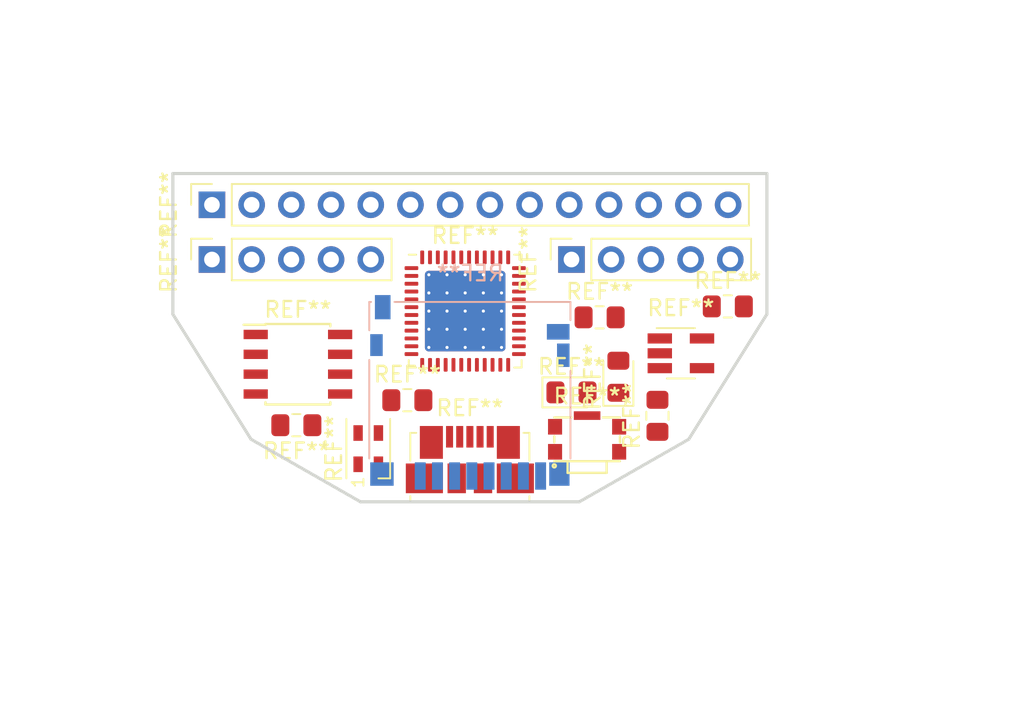
<source format=kicad_pcb>
(kicad_pcb (version 20171130) (host pcbnew 6.0.0-rc1-unknown-b491065~84~ubuntu18.04.1)

  (general
    (thickness 1.6)
    (drawings 10)
    (tracks 0)
    (zones 0)
    (modules 17)
    (nets 1)
  )

  (page A4)
  (layers
    (0 F.Cu signal)
    (31 B.Cu signal)
    (32 B.Adhes user)
    (33 F.Adhes user)
    (34 B.Paste user)
    (35 F.Paste user)
    (36 B.SilkS user)
    (37 F.SilkS user)
    (38 B.Mask user)
    (39 F.Mask user)
    (40 Dwgs.User user)
    (41 Cmts.User user)
    (42 Eco1.User user)
    (43 Eco2.User user)
    (44 Edge.Cuts user)
    (45 Margin user)
    (46 B.CrtYd user)
    (47 F.CrtYd user)
    (48 B.Fab user)
    (49 F.Fab user)
  )

  (setup
    (last_trace_width 0.25)
    (trace_clearance 0.2)
    (zone_clearance 0.508)
    (zone_45_only no)
    (trace_min 0.2)
    (via_size 0.8)
    (via_drill 0.4)
    (via_min_size 0.4)
    (via_min_drill 0.3)
    (uvia_size 0.3)
    (uvia_drill 0.1)
    (uvias_allowed no)
    (uvia_min_size 0.2)
    (uvia_min_drill 0.1)
    (edge_width 0.05)
    (segment_width 0.2)
    (pcb_text_width 0.3)
    (pcb_text_size 1.5 1.5)
    (mod_edge_width 0.12)
    (mod_text_size 1 1)
    (mod_text_width 0.15)
    (pad_size 1.524 1.524)
    (pad_drill 0.762)
    (pad_to_mask_clearance 0.051)
    (solder_mask_min_width 0.25)
    (aux_axis_origin 0 0)
    (visible_elements FFFFFF1F)
    (pcbplotparams
      (layerselection 0x010fc_ffffffff)
      (usegerberextensions false)
      (usegerberattributes false)
      (usegerberadvancedattributes false)
      (creategerberjobfile false)
      (excludeedgelayer true)
      (linewidth 0.150000)
      (plotframeref false)
      (viasonmask false)
      (mode 1)
      (useauxorigin false)
      (hpglpennumber 1)
      (hpglpenspeed 20)
      (hpglpendiameter 15.000000)
      (psnegative false)
      (psa4output false)
      (plotreference true)
      (plotvalue true)
      (plotinvisibletext false)
      (padsonsilk false)
      (subtractmaskfromsilk false)
      (outputformat 1)
      (mirror false)
      (drillshape 1)
      (scaleselection 1)
      (outputdirectory ""))
  )

  (net 0 "")

  (net_class Default "This is the default net class."
    (clearance 0.2)
    (trace_width 0.25)
    (via_dia 0.8)
    (via_drill 0.4)
    (uvia_dia 0.3)
    (uvia_drill 0.1)
  )

  (module Connector_PinSocket_2.54mm:PinSocket_1x05_P2.54mm_Vertical (layer F.Cu) (tedit 5A19A420) (tstamp 5C133B69)
    (at 52.5 55.5 90)
    (descr "Through hole straight socket strip, 1x05, 2.54mm pitch, single row (from Kicad 4.0.7), script generated")
    (tags "Through hole socket strip THT 1x05 2.54mm single row")
    (fp_text reference REF** (at 0 -2.77 90) (layer F.SilkS)
      (effects (font (size 1 1) (thickness 0.15)))
    )
    (fp_text value PinSocket_1x05_P2.54mm_Vertical (at 0 12.93 90) (layer F.Fab)
      (effects (font (size 1 1) (thickness 0.15)))
    )
    (fp_line (start -1.27 -1.27) (end 0.635 -1.27) (layer F.Fab) (width 0.1))
    (fp_line (start 0.635 -1.27) (end 1.27 -0.635) (layer F.Fab) (width 0.1))
    (fp_line (start 1.27 -0.635) (end 1.27 11.43) (layer F.Fab) (width 0.1))
    (fp_line (start 1.27 11.43) (end -1.27 11.43) (layer F.Fab) (width 0.1))
    (fp_line (start -1.27 11.43) (end -1.27 -1.27) (layer F.Fab) (width 0.1))
    (fp_line (start -1.33 1.27) (end 1.33 1.27) (layer F.SilkS) (width 0.12))
    (fp_line (start -1.33 1.27) (end -1.33 11.49) (layer F.SilkS) (width 0.12))
    (fp_line (start -1.33 11.49) (end 1.33 11.49) (layer F.SilkS) (width 0.12))
    (fp_line (start 1.33 1.27) (end 1.33 11.49) (layer F.SilkS) (width 0.12))
    (fp_line (start 1.33 -1.33) (end 1.33 0) (layer F.SilkS) (width 0.12))
    (fp_line (start 0 -1.33) (end 1.33 -1.33) (layer F.SilkS) (width 0.12))
    (fp_line (start -1.8 -1.8) (end 1.75 -1.8) (layer F.CrtYd) (width 0.05))
    (fp_line (start 1.75 -1.8) (end 1.75 11.9) (layer F.CrtYd) (width 0.05))
    (fp_line (start 1.75 11.9) (end -1.8 11.9) (layer F.CrtYd) (width 0.05))
    (fp_line (start -1.8 11.9) (end -1.8 -1.8) (layer F.CrtYd) (width 0.05))
    (fp_text user %R (at 0 5.08 180) (layer F.Fab)
      (effects (font (size 1 1) (thickness 0.15)))
    )
    (pad 1 thru_hole rect (at 0 0 90) (size 1.7 1.7) (drill 1) (layers *.Cu *.Mask))
    (pad 2 thru_hole oval (at 0 2.54 90) (size 1.7 1.7) (drill 1) (layers *.Cu *.Mask))
    (pad 3 thru_hole oval (at 0 5.08 90) (size 1.7 1.7) (drill 1) (layers *.Cu *.Mask))
    (pad 4 thru_hole oval (at 0 7.62 90) (size 1.7 1.7) (drill 1) (layers *.Cu *.Mask))
    (pad 5 thru_hole oval (at 0 10.16 90) (size 1.7 1.7) (drill 1) (layers *.Cu *.Mask))
    (model ${KISYS3DMOD}/Connector_PinSocket_2.54mm.3dshapes/PinSocket_1x05_P2.54mm_Vertical.wrl
      (at (xyz 0 0 0))
      (scale (xyz 1 1 1))
      (rotate (xyz 0 0 0))
    )
  )

  (module Connector_PinSocket_2.54mm:PinSocket_1x14_P2.54mm_Vertical (layer F.Cu) (tedit 5A19A434) (tstamp 5C131D98)
    (at 52.5 52 90)
    (descr "Through hole straight socket strip, 1x14, 2.54mm pitch, single row (from Kicad 4.0.7), script generated")
    (tags "Through hole socket strip THT 1x14 2.54mm single row")
    (fp_text reference REF** (at 0 -2.77 90) (layer F.SilkS)
      (effects (font (size 1 1) (thickness 0.15)))
    )
    (fp_text value PinSocket_1x14_P2.54mm_Vertical (at 0 25.63 90) (layer F.Fab)
      (effects (font (size 1 1) (thickness 0.15)))
    )
    (fp_text user %R (at 0 11.43 180) (layer F.Fab)
      (effects (font (size 1 1) (thickness 0.15)))
    )
    (fp_line (start -1.8 34.8) (end -1.8 -1.8) (layer F.CrtYd) (width 0.05))
    (fp_line (start 1.75 34.8) (end -1.8 34.8) (layer F.CrtYd) (width 0.05))
    (fp_line (start 1.75 -1.8) (end 1.75 34.8) (layer F.CrtYd) (width 0.05))
    (fp_line (start -1.8 -1.8) (end 1.75 -1.8) (layer F.CrtYd) (width 0.05))
    (fp_line (start 0 -1.33) (end 1.33 -1.33) (layer F.SilkS) (width 0.12))
    (fp_line (start 1.33 -1.33) (end 1.33 0) (layer F.SilkS) (width 0.12))
    (fp_line (start 1.33 1.27) (end 1.33 34.35) (layer F.SilkS) (width 0.12))
    (fp_line (start -1.33 34.35) (end 1.33 34.35) (layer F.SilkS) (width 0.12))
    (fp_line (start -1.33 1.27) (end -1.33 34.35) (layer F.SilkS) (width 0.12))
    (fp_line (start -1.33 1.27) (end 1.33 1.27) (layer F.SilkS) (width 0.12))
    (fp_line (start -1.27 34.29) (end -1.27 -1.27) (layer F.Fab) (width 0.1))
    (fp_line (start 1.27 34.29) (end -1.27 34.29) (layer F.Fab) (width 0.1))
    (fp_line (start 1.27 -0.635) (end 1.27 34.29) (layer F.Fab) (width 0.1))
    (fp_line (start 0.635 -1.27) (end 1.27 -0.635) (layer F.Fab) (width 0.1))
    (fp_line (start -1.27 -1.27) (end 0.635 -1.27) (layer F.Fab) (width 0.1))
    (pad 14 thru_hole oval (at 0 33.02 90) (size 1.7 1.7) (drill 1) (layers *.Cu *.Mask))
    (pad 13 thru_hole oval (at 0 30.48 90) (size 1.7 1.7) (drill 1) (layers *.Cu *.Mask))
    (pad 12 thru_hole oval (at 0 27.94 90) (size 1.7 1.7) (drill 1) (layers *.Cu *.Mask))
    (pad 11 thru_hole oval (at 0 25.4 90) (size 1.7 1.7) (drill 1) (layers *.Cu *.Mask))
    (pad 10 thru_hole oval (at 0 22.86 90) (size 1.7 1.7) (drill 1) (layers *.Cu *.Mask))
    (pad 9 thru_hole oval (at 0 20.32 90) (size 1.7 1.7) (drill 1) (layers *.Cu *.Mask))
    (pad 8 thru_hole oval (at 0 17.78 90) (size 1.7 1.7) (drill 1) (layers *.Cu *.Mask))
    (pad 7 thru_hole oval (at 0 15.24 90) (size 1.7 1.7) (drill 1) (layers *.Cu *.Mask))
    (pad 6 thru_hole oval (at 0 12.7 90) (size 1.7 1.7) (drill 1) (layers *.Cu *.Mask))
    (pad 5 thru_hole oval (at 0 10.16 90) (size 1.7 1.7) (drill 1) (layers *.Cu *.Mask))
    (pad 4 thru_hole oval (at 0 7.62 90) (size 1.7 1.7) (drill 1) (layers *.Cu *.Mask))
    (pad 3 thru_hole oval (at 0 5.08 90) (size 1.7 1.7) (drill 1) (layers *.Cu *.Mask))
    (pad 2 thru_hole oval (at 0 2.54 90) (size 1.7 1.7) (drill 1) (layers *.Cu *.Mask))
    (pad 1 thru_hole rect (at 0 0 90) (size 1.7 1.7) (drill 1) (layers *.Cu *.Mask))
    (model ${KISYS3DMOD}/Connector_PinSocket_2.54mm.3dshapes/PinSocket_1x14_P2.54mm_Vertical.wrl
      (at (xyz 0 0 0))
      (scale (xyz 1 1 1))
      (rotate (xyz 0 0 0))
    )
  )

  (module Capacitor_SMD:C_0805_2012Metric_Pad1.15x1.40mm_HandSolder (layer F.Cu) (tedit 5B36C52B) (tstamp 5C12FC6B)
    (at 57.9 66.1 180)
    (descr "Capacitor SMD 0805 (2012 Metric), square (rectangular) end terminal, IPC_7351 nominal with elongated pad for handsoldering. (Body size source: https://docs.google.com/spreadsheets/d/1BsfQQcO9C6DZCsRaXUlFlo91Tg2WpOkGARC1WS5S8t0/edit?usp=sharing), generated with kicad-footprint-generator")
    (tags "capacitor handsolder")
    (attr smd)
    (fp_text reference REF** (at 0 -1.65 180) (layer F.SilkS)
      (effects (font (size 1 1) (thickness 0.15)))
    )
    (fp_text value C_0805_2012Metric_Pad1.15x1.40mm_HandSolder (at 0 1.65 180) (layer F.Fab)
      (effects (font (size 1 1) (thickness 0.15)))
    )
    (fp_text user %R (at 0 0 180) (layer F.Fab)
      (effects (font (size 0.5 0.5) (thickness 0.08)))
    )
    (fp_line (start 1.85 0.95) (end -1.85 0.95) (layer F.CrtYd) (width 0.05))
    (fp_line (start 1.85 -0.95) (end 1.85 0.95) (layer F.CrtYd) (width 0.05))
    (fp_line (start -1.85 -0.95) (end 1.85 -0.95) (layer F.CrtYd) (width 0.05))
    (fp_line (start -1.85 0.95) (end -1.85 -0.95) (layer F.CrtYd) (width 0.05))
    (fp_line (start -0.261252 0.71) (end 0.261252 0.71) (layer F.SilkS) (width 0.12))
    (fp_line (start -0.261252 -0.71) (end 0.261252 -0.71) (layer F.SilkS) (width 0.12))
    (fp_line (start 1 0.6) (end -1 0.6) (layer F.Fab) (width 0.1))
    (fp_line (start 1 -0.6) (end 1 0.6) (layer F.Fab) (width 0.1))
    (fp_line (start -1 -0.6) (end 1 -0.6) (layer F.Fab) (width 0.1))
    (fp_line (start -1 0.6) (end -1 -0.6) (layer F.Fab) (width 0.1))
    (pad 2 smd roundrect (at 1.025 0 180) (size 1.15 1.4) (layers F.Cu F.Paste F.Mask) (roundrect_rratio 0.217391))
    (pad 1 smd roundrect (at -1.025 0 180) (size 1.15 1.4) (layers F.Cu F.Paste F.Mask) (roundrect_rratio 0.217391))
    (model ${KISYS3DMOD}/Capacitor_SMD.3dshapes/C_0805_2012Metric.wrl
      (at (xyz 0 0 0))
      (scale (xyz 1 1 1))
      (rotate (xyz 0 0 0))
    )
  )

  (module Capacitor_SMD:C_0805_2012Metric_Pad1.15x1.40mm_HandSolder (layer F.Cu) (tedit 5B36C52B) (tstamp 5C12D8A7)
    (at 85.5 58.5)
    (descr "Capacitor SMD 0805 (2012 Metric), square (rectangular) end terminal, IPC_7351 nominal with elongated pad for handsoldering. (Body size source: https://docs.google.com/spreadsheets/d/1BsfQQcO9C6DZCsRaXUlFlo91Tg2WpOkGARC1WS5S8t0/edit?usp=sharing), generated with kicad-footprint-generator")
    (tags "capacitor handsolder")
    (attr smd)
    (fp_text reference REF** (at 0 -1.65) (layer F.SilkS)
      (effects (font (size 1 1) (thickness 0.15)))
    )
    (fp_text value C_0805_2012Metric_Pad1.15x1.40mm_HandSolder (at 0 1.65) (layer F.Fab)
      (effects (font (size 1 1) (thickness 0.15)))
    )
    (fp_line (start -1 0.6) (end -1 -0.6) (layer F.Fab) (width 0.1))
    (fp_line (start -1 -0.6) (end 1 -0.6) (layer F.Fab) (width 0.1))
    (fp_line (start 1 -0.6) (end 1 0.6) (layer F.Fab) (width 0.1))
    (fp_line (start 1 0.6) (end -1 0.6) (layer F.Fab) (width 0.1))
    (fp_line (start -0.261252 -0.71) (end 0.261252 -0.71) (layer F.SilkS) (width 0.12))
    (fp_line (start -0.261252 0.71) (end 0.261252 0.71) (layer F.SilkS) (width 0.12))
    (fp_line (start -1.85 0.95) (end -1.85 -0.95) (layer F.CrtYd) (width 0.05))
    (fp_line (start -1.85 -0.95) (end 1.85 -0.95) (layer F.CrtYd) (width 0.05))
    (fp_line (start 1.85 -0.95) (end 1.85 0.95) (layer F.CrtYd) (width 0.05))
    (fp_line (start 1.85 0.95) (end -1.85 0.95) (layer F.CrtYd) (width 0.05))
    (fp_text user %R (at 0 0) (layer F.Fab)
      (effects (font (size 0.5 0.5) (thickness 0.08)))
    )
    (pad 1 smd roundrect (at -1.025 0) (size 1.15 1.4) (layers F.Cu F.Paste F.Mask) (roundrect_rratio 0.217391))
    (pad 2 smd roundrect (at 1.025 0) (size 1.15 1.4) (layers F.Cu F.Paste F.Mask) (roundrect_rratio 0.217391))
    (model ${KISYS3DMOD}/Capacitor_SMD.3dshapes/C_0805_2012Metric.wrl
      (at (xyz 0 0 0))
      (scale (xyz 1 1 1))
      (rotate (xyz 0 0 0))
    )
  )

  (module Capacitor_SMD:C_0805_2012Metric_Pad1.15x1.40mm_HandSolder (layer F.Cu) (tedit 5B36C52B) (tstamp 5C12D8A7)
    (at 77.3 59.2)
    (descr "Capacitor SMD 0805 (2012 Metric), square (rectangular) end terminal, IPC_7351 nominal with elongated pad for handsoldering. (Body size source: https://docs.google.com/spreadsheets/d/1BsfQQcO9C6DZCsRaXUlFlo91Tg2WpOkGARC1WS5S8t0/edit?usp=sharing), generated with kicad-footprint-generator")
    (tags "capacitor handsolder")
    (attr smd)
    (fp_text reference REF** (at 0 -1.65) (layer F.SilkS)
      (effects (font (size 1 1) (thickness 0.15)))
    )
    (fp_text value C_0805_2012Metric_Pad1.15x1.40mm_HandSolder (at 0 1.65) (layer F.Fab)
      (effects (font (size 1 1) (thickness 0.15)))
    )
    (fp_line (start -1 0.6) (end -1 -0.6) (layer F.Fab) (width 0.1))
    (fp_line (start -1 -0.6) (end 1 -0.6) (layer F.Fab) (width 0.1))
    (fp_line (start 1 -0.6) (end 1 0.6) (layer F.Fab) (width 0.1))
    (fp_line (start 1 0.6) (end -1 0.6) (layer F.Fab) (width 0.1))
    (fp_line (start -0.261252 -0.71) (end 0.261252 -0.71) (layer F.SilkS) (width 0.12))
    (fp_line (start -0.261252 0.71) (end 0.261252 0.71) (layer F.SilkS) (width 0.12))
    (fp_line (start -1.85 0.95) (end -1.85 -0.95) (layer F.CrtYd) (width 0.05))
    (fp_line (start -1.85 -0.95) (end 1.85 -0.95) (layer F.CrtYd) (width 0.05))
    (fp_line (start 1.85 -0.95) (end 1.85 0.95) (layer F.CrtYd) (width 0.05))
    (fp_line (start 1.85 0.95) (end -1.85 0.95) (layer F.CrtYd) (width 0.05))
    (fp_text user %R (at 0 0) (layer F.Fab)
      (effects (font (size 0.5 0.5) (thickness 0.08)))
    )
    (pad 1 smd roundrect (at -1.025 0) (size 1.15 1.4) (layers F.Cu F.Paste F.Mask) (roundrect_rratio 0.217391))
    (pad 2 smd roundrect (at 1.025 0) (size 1.15 1.4) (layers F.Cu F.Paste F.Mask) (roundrect_rratio 0.217391))
    (model ${KISYS3DMOD}/Capacitor_SMD.3dshapes/C_0805_2012Metric.wrl
      (at (xyz 0 0 0))
      (scale (xyz 1 1 1))
      (rotate (xyz 0 0 0))
    )
  )

  (module Package_DFN_QFN:QFN-48-1EP_7x7mm_P0.5mm_EP5.15x5.15mm_ThermalVias (layer F.Cu) (tedit 5B550997) (tstamp 5C1289F2)
    (at 68.7 58.8)
    (descr "QFN, 48 Pin (http://www.analog.com/media/en/package-pcb-resources/package/pkg_pdf/ltc-legacy-qfn/QFN_48_05-08-1704.pdf), generated with kicad-footprint-generator ipc_dfn_qfn_generator.py")
    (tags "QFN DFN_QFN")
    (attr smd)
    (fp_text reference REF** (at 0 -4.82) (layer F.SilkS)
      (effects (font (size 1 1) (thickness 0.15)))
    )
    (fp_text value QFN-48-1EP_7x7mm_P0.5mm_EP5.15x5.15mm_ThermalVias (at 0 4.82) (layer F.Fab)
      (effects (font (size 1 1) (thickness 0.15)))
    )
    (fp_text user %R (at 0 0) (layer F.Fab)
      (effects (font (size 1 1) (thickness 0.15)))
    )
    (fp_line (start 4.12 -4.12) (end -4.12 -4.12) (layer F.CrtYd) (width 0.05))
    (fp_line (start 4.12 4.12) (end 4.12 -4.12) (layer F.CrtYd) (width 0.05))
    (fp_line (start -4.12 4.12) (end 4.12 4.12) (layer F.CrtYd) (width 0.05))
    (fp_line (start -4.12 -4.12) (end -4.12 4.12) (layer F.CrtYd) (width 0.05))
    (fp_line (start -3.5 -2.5) (end -2.5 -3.5) (layer F.Fab) (width 0.1))
    (fp_line (start -3.5 3.5) (end -3.5 -2.5) (layer F.Fab) (width 0.1))
    (fp_line (start 3.5 3.5) (end -3.5 3.5) (layer F.Fab) (width 0.1))
    (fp_line (start 3.5 -3.5) (end 3.5 3.5) (layer F.Fab) (width 0.1))
    (fp_line (start -2.5 -3.5) (end 3.5 -3.5) (layer F.Fab) (width 0.1))
    (fp_line (start -3.135 -3.61) (end -3.61 -3.61) (layer F.SilkS) (width 0.12))
    (fp_line (start 3.61 3.61) (end 3.61 3.135) (layer F.SilkS) (width 0.12))
    (fp_line (start 3.135 3.61) (end 3.61 3.61) (layer F.SilkS) (width 0.12))
    (fp_line (start -3.61 3.61) (end -3.61 3.135) (layer F.SilkS) (width 0.12))
    (fp_line (start -3.135 3.61) (end -3.61 3.61) (layer F.SilkS) (width 0.12))
    (fp_line (start 3.61 -3.61) (end 3.61 -3.135) (layer F.SilkS) (width 0.12))
    (fp_line (start 3.135 -3.61) (end 3.61 -3.61) (layer F.SilkS) (width 0.12))
    (pad 48 smd roundrect (at -2.75 -3.4375) (size 0.25 0.875) (layers F.Cu F.Paste F.Mask) (roundrect_rratio 0.25))
    (pad 47 smd roundrect (at -2.25 -3.4375) (size 0.25 0.875) (layers F.Cu F.Paste F.Mask) (roundrect_rratio 0.25))
    (pad 46 smd roundrect (at -1.75 -3.4375) (size 0.25 0.875) (layers F.Cu F.Paste F.Mask) (roundrect_rratio 0.25))
    (pad 45 smd roundrect (at -1.25 -3.4375) (size 0.25 0.875) (layers F.Cu F.Paste F.Mask) (roundrect_rratio 0.25))
    (pad 44 smd roundrect (at -0.75 -3.4375) (size 0.25 0.875) (layers F.Cu F.Paste F.Mask) (roundrect_rratio 0.25))
    (pad 43 smd roundrect (at -0.25 -3.4375) (size 0.25 0.875) (layers F.Cu F.Paste F.Mask) (roundrect_rratio 0.25))
    (pad 42 smd roundrect (at 0.25 -3.4375) (size 0.25 0.875) (layers F.Cu F.Paste F.Mask) (roundrect_rratio 0.25))
    (pad 41 smd roundrect (at 0.75 -3.4375) (size 0.25 0.875) (layers F.Cu F.Paste F.Mask) (roundrect_rratio 0.25))
    (pad 40 smd roundrect (at 1.25 -3.4375) (size 0.25 0.875) (layers F.Cu F.Paste F.Mask) (roundrect_rratio 0.25))
    (pad 39 smd roundrect (at 1.75 -3.4375) (size 0.25 0.875) (layers F.Cu F.Paste F.Mask) (roundrect_rratio 0.25))
    (pad 38 smd roundrect (at 2.25 -3.4375) (size 0.25 0.875) (layers F.Cu F.Paste F.Mask) (roundrect_rratio 0.25))
    (pad 37 smd roundrect (at 2.75 -3.4375) (size 0.25 0.875) (layers F.Cu F.Paste F.Mask) (roundrect_rratio 0.25))
    (pad 36 smd roundrect (at 3.4375 -2.75) (size 0.875 0.25) (layers F.Cu F.Paste F.Mask) (roundrect_rratio 0.25))
    (pad 35 smd roundrect (at 3.4375 -2.25) (size 0.875 0.25) (layers F.Cu F.Paste F.Mask) (roundrect_rratio 0.25))
    (pad 34 smd roundrect (at 3.4375 -1.75) (size 0.875 0.25) (layers F.Cu F.Paste F.Mask) (roundrect_rratio 0.25))
    (pad 33 smd roundrect (at 3.4375 -1.25) (size 0.875 0.25) (layers F.Cu F.Paste F.Mask) (roundrect_rratio 0.25))
    (pad 32 smd roundrect (at 3.4375 -0.75) (size 0.875 0.25) (layers F.Cu F.Paste F.Mask) (roundrect_rratio 0.25))
    (pad 31 smd roundrect (at 3.4375 -0.25) (size 0.875 0.25) (layers F.Cu F.Paste F.Mask) (roundrect_rratio 0.25))
    (pad 30 smd roundrect (at 3.4375 0.25) (size 0.875 0.25) (layers F.Cu F.Paste F.Mask) (roundrect_rratio 0.25))
    (pad 29 smd roundrect (at 3.4375 0.75) (size 0.875 0.25) (layers F.Cu F.Paste F.Mask) (roundrect_rratio 0.25))
    (pad 28 smd roundrect (at 3.4375 1.25) (size 0.875 0.25) (layers F.Cu F.Paste F.Mask) (roundrect_rratio 0.25))
    (pad 27 smd roundrect (at 3.4375 1.75) (size 0.875 0.25) (layers F.Cu F.Paste F.Mask) (roundrect_rratio 0.25))
    (pad 26 smd roundrect (at 3.4375 2.25) (size 0.875 0.25) (layers F.Cu F.Paste F.Mask) (roundrect_rratio 0.25))
    (pad 25 smd roundrect (at 3.4375 2.75) (size 0.875 0.25) (layers F.Cu F.Paste F.Mask) (roundrect_rratio 0.25))
    (pad 24 smd roundrect (at 2.75 3.4375) (size 0.25 0.875) (layers F.Cu F.Paste F.Mask) (roundrect_rratio 0.25))
    (pad 23 smd roundrect (at 2.25 3.4375) (size 0.25 0.875) (layers F.Cu F.Paste F.Mask) (roundrect_rratio 0.25))
    (pad 22 smd roundrect (at 1.75 3.4375) (size 0.25 0.875) (layers F.Cu F.Paste F.Mask) (roundrect_rratio 0.25))
    (pad 21 smd roundrect (at 1.25 3.4375) (size 0.25 0.875) (layers F.Cu F.Paste F.Mask) (roundrect_rratio 0.25))
    (pad 20 smd roundrect (at 0.75 3.4375) (size 0.25 0.875) (layers F.Cu F.Paste F.Mask) (roundrect_rratio 0.25))
    (pad 19 smd roundrect (at 0.25 3.4375) (size 0.25 0.875) (layers F.Cu F.Paste F.Mask) (roundrect_rratio 0.25))
    (pad 18 smd roundrect (at -0.25 3.4375) (size 0.25 0.875) (layers F.Cu F.Paste F.Mask) (roundrect_rratio 0.25))
    (pad 17 smd roundrect (at -0.75 3.4375) (size 0.25 0.875) (layers F.Cu F.Paste F.Mask) (roundrect_rratio 0.25))
    (pad 16 smd roundrect (at -1.25 3.4375) (size 0.25 0.875) (layers F.Cu F.Paste F.Mask) (roundrect_rratio 0.25))
    (pad 15 smd roundrect (at -1.75 3.4375) (size 0.25 0.875) (layers F.Cu F.Paste F.Mask) (roundrect_rratio 0.25))
    (pad 14 smd roundrect (at -2.25 3.4375) (size 0.25 0.875) (layers F.Cu F.Paste F.Mask) (roundrect_rratio 0.25))
    (pad 13 smd roundrect (at -2.75 3.4375) (size 0.25 0.875) (layers F.Cu F.Paste F.Mask) (roundrect_rratio 0.25))
    (pad 12 smd roundrect (at -3.4375 2.75) (size 0.875 0.25) (layers F.Cu F.Paste F.Mask) (roundrect_rratio 0.25))
    (pad 11 smd roundrect (at -3.4375 2.25) (size 0.875 0.25) (layers F.Cu F.Paste F.Mask) (roundrect_rratio 0.25))
    (pad 10 smd roundrect (at -3.4375 1.75) (size 0.875 0.25) (layers F.Cu F.Paste F.Mask) (roundrect_rratio 0.25))
    (pad 9 smd roundrect (at -3.4375 1.25) (size 0.875 0.25) (layers F.Cu F.Paste F.Mask) (roundrect_rratio 0.25))
    (pad 8 smd roundrect (at -3.4375 0.75) (size 0.875 0.25) (layers F.Cu F.Paste F.Mask) (roundrect_rratio 0.25))
    (pad 7 smd roundrect (at -3.4375 0.25) (size 0.875 0.25) (layers F.Cu F.Paste F.Mask) (roundrect_rratio 0.25))
    (pad 6 smd roundrect (at -3.4375 -0.25) (size 0.875 0.25) (layers F.Cu F.Paste F.Mask) (roundrect_rratio 0.25))
    (pad 5 smd roundrect (at -3.4375 -0.75) (size 0.875 0.25) (layers F.Cu F.Paste F.Mask) (roundrect_rratio 0.25))
    (pad 4 smd roundrect (at -3.4375 -1.25) (size 0.875 0.25) (layers F.Cu F.Paste F.Mask) (roundrect_rratio 0.25))
    (pad 3 smd roundrect (at -3.4375 -1.75) (size 0.875 0.25) (layers F.Cu F.Paste F.Mask) (roundrect_rratio 0.25))
    (pad 2 smd roundrect (at -3.4375 -2.25) (size 0.875 0.25) (layers F.Cu F.Paste F.Mask) (roundrect_rratio 0.25))
    (pad 1 smd roundrect (at -3.4375 -2.75) (size 0.875 0.25) (layers F.Cu F.Paste F.Mask) (roundrect_rratio 0.25))
    (pad "" smd roundrect (at 1.74375 1.74375) (size 0.997293 0.997293) (layers F.Paste) (roundrect_rratio 0.25))
    (pad "" smd roundrect (at 1.74375 0.58125) (size 0.997293 0.997293) (layers F.Paste) (roundrect_rratio 0.25))
    (pad "" smd roundrect (at 1.74375 -0.58125) (size 0.997293 0.997293) (layers F.Paste) (roundrect_rratio 0.25))
    (pad "" smd roundrect (at 1.74375 -1.74375) (size 0.997293 0.997293) (layers F.Paste) (roundrect_rratio 0.25))
    (pad "" smd roundrect (at 0.58125 1.74375) (size 0.997293 0.997293) (layers F.Paste) (roundrect_rratio 0.25))
    (pad "" smd roundrect (at 0.58125 0.58125) (size 0.997293 0.997293) (layers F.Paste) (roundrect_rratio 0.25))
    (pad "" smd roundrect (at 0.58125 -0.58125) (size 0.997293 0.997293) (layers F.Paste) (roundrect_rratio 0.25))
    (pad "" smd roundrect (at 0.58125 -1.74375) (size 0.997293 0.997293) (layers F.Paste) (roundrect_rratio 0.25))
    (pad "" smd roundrect (at -0.58125 1.74375) (size 0.997293 0.997293) (layers F.Paste) (roundrect_rratio 0.25))
    (pad "" smd roundrect (at -0.58125 0.58125) (size 0.997293 0.997293) (layers F.Paste) (roundrect_rratio 0.25))
    (pad "" smd roundrect (at -0.58125 -0.58125) (size 0.997293 0.997293) (layers F.Paste) (roundrect_rratio 0.25))
    (pad "" smd roundrect (at -0.58125 -1.74375) (size 0.997293 0.997293) (layers F.Paste) (roundrect_rratio 0.25))
    (pad "" smd roundrect (at -1.74375 1.74375) (size 0.997293 0.997293) (layers F.Paste) (roundrect_rratio 0.25))
    (pad "" smd roundrect (at -1.74375 0.58125) (size 0.997293 0.997293) (layers F.Paste) (roundrect_rratio 0.25))
    (pad "" smd roundrect (at -1.74375 -0.58125) (size 0.997293 0.997293) (layers F.Paste) (roundrect_rratio 0.25))
    (pad "" smd roundrect (at -1.74375 -1.74375) (size 0.997293 0.997293) (layers F.Paste) (roundrect_rratio 0.25))
    (pad 49 smd roundrect (at 0 0) (size 5.15 5.15) (layers B.Cu) (roundrect_rratio 0.048544))
    (pad 49 thru_hole circle (at 2.325 2.325) (size 0.5 0.5) (drill 0.2) (layers *.Cu))
    (pad 49 thru_hole circle (at 1.1625 2.325) (size 0.5 0.5) (drill 0.2) (layers *.Cu))
    (pad 49 thru_hole circle (at 0 2.325) (size 0.5 0.5) (drill 0.2) (layers *.Cu))
    (pad 49 thru_hole circle (at -1.1625 2.325) (size 0.5 0.5) (drill 0.2) (layers *.Cu))
    (pad 49 thru_hole circle (at -2.325 2.325) (size 0.5 0.5) (drill 0.2) (layers *.Cu))
    (pad 49 thru_hole circle (at 2.325 1.1625) (size 0.5 0.5) (drill 0.2) (layers *.Cu))
    (pad 49 thru_hole circle (at 1.1625 1.1625) (size 0.5 0.5) (drill 0.2) (layers *.Cu))
    (pad 49 thru_hole circle (at 0 1.1625) (size 0.5 0.5) (drill 0.2) (layers *.Cu))
    (pad 49 thru_hole circle (at -1.1625 1.1625) (size 0.5 0.5) (drill 0.2) (layers *.Cu))
    (pad 49 thru_hole circle (at -2.325 1.1625) (size 0.5 0.5) (drill 0.2) (layers *.Cu))
    (pad 49 thru_hole circle (at 2.325 0) (size 0.5 0.5) (drill 0.2) (layers *.Cu))
    (pad 49 thru_hole circle (at 1.1625 0) (size 0.5 0.5) (drill 0.2) (layers *.Cu))
    (pad 49 thru_hole circle (at 0 0) (size 0.5 0.5) (drill 0.2) (layers *.Cu))
    (pad 49 thru_hole circle (at -1.1625 0) (size 0.5 0.5) (drill 0.2) (layers *.Cu))
    (pad 49 thru_hole circle (at -2.325 0) (size 0.5 0.5) (drill 0.2) (layers *.Cu))
    (pad 49 thru_hole circle (at 2.325 -1.1625) (size 0.5 0.5) (drill 0.2) (layers *.Cu))
    (pad 49 thru_hole circle (at 1.1625 -1.1625) (size 0.5 0.5) (drill 0.2) (layers *.Cu))
    (pad 49 thru_hole circle (at 0 -1.1625) (size 0.5 0.5) (drill 0.2) (layers *.Cu))
    (pad 49 thru_hole circle (at -1.1625 -1.1625) (size 0.5 0.5) (drill 0.2) (layers *.Cu))
    (pad 49 thru_hole circle (at -2.325 -1.1625) (size 0.5 0.5) (drill 0.2) (layers *.Cu))
    (pad 49 thru_hole circle (at 2.325 -2.325) (size 0.5 0.5) (drill 0.2) (layers *.Cu))
    (pad 49 thru_hole circle (at 1.1625 -2.325) (size 0.5 0.5) (drill 0.2) (layers *.Cu))
    (pad 49 thru_hole circle (at 0 -2.325) (size 0.5 0.5) (drill 0.2) (layers *.Cu))
    (pad 49 thru_hole circle (at -1.1625 -2.325) (size 0.5 0.5) (drill 0.2) (layers *.Cu))
    (pad 49 thru_hole circle (at -2.325 -2.325) (size 0.5 0.5) (drill 0.2) (layers *.Cu))
    (pad 49 smd roundrect (at 0 0) (size 5.15 5.15) (layers F.Cu F.Mask) (roundrect_rratio 0.048544))
    (model ${KISYS3DMOD}/Package_DFN_QFN.3dshapes/QFN-48-1EP_7x7mm_P0.5mm_EP5.15x5.15mm.wrl
      (at (xyz 0 0 0))
      (scale (xyz 1 1 1))
      (rotate (xyz 0 0 0))
    )
  )

  (module Capacitor_SMD:C_0805_2012Metric_Pad1.15x1.40mm_HandSolder (layer F.Cu) (tedit 5B36C52B) (tstamp 5C128D0C)
    (at 81 65.5 90)
    (descr "Capacitor SMD 0805 (2012 Metric), square (rectangular) end terminal, IPC_7351 nominal with elongated pad for handsoldering. (Body size source: https://docs.google.com/spreadsheets/d/1BsfQQcO9C6DZCsRaXUlFlo91Tg2WpOkGARC1WS5S8t0/edit?usp=sharing), generated with kicad-footprint-generator")
    (tags "capacitor handsolder")
    (attr smd)
    (fp_text reference REF** (at 0 -1.65 90) (layer F.SilkS)
      (effects (font (size 1 1) (thickness 0.15)))
    )
    (fp_text value C_0805_2012Metric_Pad1.15x1.40mm_HandSolder (at 0 1.65 90) (layer F.Fab)
      (effects (font (size 1 1) (thickness 0.15)))
    )
    (fp_text user %R (at 0 0 90) (layer F.Fab)
      (effects (font (size 0.5 0.5) (thickness 0.08)))
    )
    (fp_line (start 1.85 0.95) (end -1.85 0.95) (layer F.CrtYd) (width 0.05))
    (fp_line (start 1.85 -0.95) (end 1.85 0.95) (layer F.CrtYd) (width 0.05))
    (fp_line (start -1.85 -0.95) (end 1.85 -0.95) (layer F.CrtYd) (width 0.05))
    (fp_line (start -1.85 0.95) (end -1.85 -0.95) (layer F.CrtYd) (width 0.05))
    (fp_line (start -0.261252 0.71) (end 0.261252 0.71) (layer F.SilkS) (width 0.12))
    (fp_line (start -0.261252 -0.71) (end 0.261252 -0.71) (layer F.SilkS) (width 0.12))
    (fp_line (start 1 0.6) (end -1 0.6) (layer F.Fab) (width 0.1))
    (fp_line (start 1 -0.6) (end 1 0.6) (layer F.Fab) (width 0.1))
    (fp_line (start -1 -0.6) (end 1 -0.6) (layer F.Fab) (width 0.1))
    (fp_line (start -1 0.6) (end -1 -0.6) (layer F.Fab) (width 0.1))
    (pad 2 smd roundrect (at 1.025 0 90) (size 1.15 1.4) (layers F.Cu F.Paste F.Mask) (roundrect_rratio 0.217391))
    (pad 1 smd roundrect (at -1.025 0 90) (size 1.15 1.4) (layers F.Cu F.Paste F.Mask) (roundrect_rratio 0.217391))
    (model ${KISYS3DMOD}/Capacitor_SMD.3dshapes/C_0805_2012Metric.wrl
      (at (xyz 0 0 0))
      (scale (xyz 1 1 1))
      (rotate (xyz 0 0 0))
    )
  )

  (module Capacitor_SMD:C_0805_2012Metric_Pad1.15x1.40mm_HandSolder (layer F.Cu) (tedit 5B36C52B) (tstamp 5C128D4D)
    (at 65 64.5)
    (descr "Capacitor SMD 0805 (2012 Metric), square (rectangular) end terminal, IPC_7351 nominal with elongated pad for handsoldering. (Body size source: https://docs.google.com/spreadsheets/d/1BsfQQcO9C6DZCsRaXUlFlo91Tg2WpOkGARC1WS5S8t0/edit?usp=sharing), generated with kicad-footprint-generator")
    (tags "capacitor handsolder")
    (attr smd)
    (fp_text reference REF** (at 0 -1.65) (layer F.SilkS)
      (effects (font (size 1 1) (thickness 0.15)))
    )
    (fp_text value C_0805_2012Metric_Pad1.15x1.40mm_HandSolder (at 0 1.65) (layer F.Fab)
      (effects (font (size 1 1) (thickness 0.15)))
    )
    (fp_text user %R (at 0 0) (layer F.Fab)
      (effects (font (size 0.5 0.5) (thickness 0.08)))
    )
    (fp_line (start 1.85 0.95) (end -1.85 0.95) (layer F.CrtYd) (width 0.05))
    (fp_line (start 1.85 -0.95) (end 1.85 0.95) (layer F.CrtYd) (width 0.05))
    (fp_line (start -1.85 -0.95) (end 1.85 -0.95) (layer F.CrtYd) (width 0.05))
    (fp_line (start -1.85 0.95) (end -1.85 -0.95) (layer F.CrtYd) (width 0.05))
    (fp_line (start -0.261252 0.71) (end 0.261252 0.71) (layer F.SilkS) (width 0.12))
    (fp_line (start -0.261252 -0.71) (end 0.261252 -0.71) (layer F.SilkS) (width 0.12))
    (fp_line (start 1 0.6) (end -1 0.6) (layer F.Fab) (width 0.1))
    (fp_line (start 1 -0.6) (end 1 0.6) (layer F.Fab) (width 0.1))
    (fp_line (start -1 -0.6) (end 1 -0.6) (layer F.Fab) (width 0.1))
    (fp_line (start -1 0.6) (end -1 -0.6) (layer F.Fab) (width 0.1))
    (pad 2 smd roundrect (at 1.025 0) (size 1.15 1.4) (layers F.Cu F.Paste F.Mask) (roundrect_rratio 0.217391))
    (pad 1 smd roundrect (at -1.025 0) (size 1.15 1.4) (layers F.Cu F.Paste F.Mask) (roundrect_rratio 0.217391))
    (model ${KISYS3DMOD}/Capacitor_SMD.3dshapes/C_0805_2012Metric.wrl
      (at (xyz 0 0 0))
      (scale (xyz 1 1 1))
      (rotate (xyz 0 0 0))
    )
  )

  (module Connector_USB:USB_Micro-B_Molex_47346-0001 (layer F.Cu) (tedit 5A1DC0BD) (tstamp 5C129691)
    (at 69 68.3)
    (descr "Micro USB B receptable with flange, bottom-mount, SMD, right-angle (http://www.molex.com/pdm_docs/sd/473460001_sd.pdf)")
    (tags "Micro B USB SMD")
    (attr smd)
    (fp_text reference REF** (at 0 -3.3 180) (layer F.SilkS)
      (effects (font (size 1 1) (thickness 0.15)))
    )
    (fp_text value USB_Micro-B_Molex_47346-0001 (at 0 4.6 180) (layer F.Fab)
      (effects (font (size 1 1) (thickness 0.15)))
    )
    (fp_line (start -3.25 2.65) (end 3.25 2.65) (layer F.Fab) (width 0.1))
    (fp_line (start -3.81 2.6) (end -3.81 2.34) (layer F.SilkS) (width 0.12))
    (fp_line (start -3.81 0.06) (end -3.81 -1.71) (layer F.SilkS) (width 0.12))
    (fp_line (start -3.81 -1.71) (end -3.43 -1.71) (layer F.SilkS) (width 0.12))
    (fp_line (start 3.81 -1.71) (end 3.81 0.06) (layer F.SilkS) (width 0.12))
    (fp_line (start 3.81 2.34) (end 3.81 2.6) (layer F.SilkS) (width 0.12))
    (fp_line (start -3.75 3.35) (end -3.75 -1.65) (layer F.Fab) (width 0.1))
    (fp_line (start -3.75 -1.65) (end 3.75 -1.65) (layer F.Fab) (width 0.1))
    (fp_line (start 3.75 -1.65) (end 3.75 3.35) (layer F.Fab) (width 0.1))
    (fp_line (start 3.75 3.35) (end -3.75 3.35) (layer F.Fab) (width 0.1))
    (fp_line (start -4.6 3.9) (end -4.6 -2.7) (layer F.CrtYd) (width 0.05))
    (fp_line (start -4.6 -2.7) (end 4.6 -2.7) (layer F.CrtYd) (width 0.05))
    (fp_line (start 4.6 -2.7) (end 4.6 3.9) (layer F.CrtYd) (width 0.05))
    (fp_line (start 4.6 3.9) (end -4.6 3.9) (layer F.CrtYd) (width 0.05))
    (fp_line (start 3.81 -1.71) (end 3.43 -1.71) (layer F.SilkS) (width 0.12))
    (fp_text user %R (at 0 1.2) (layer F.Fab)
      (effects (font (size 1 1) (thickness 0.15)))
    )
    (fp_text user "PCB Edge" (at 0 2.67 180) (layer Dwgs.User)
      (effects (font (size 0.4 0.4) (thickness 0.04)))
    )
    (pad 6 smd rect (at 0.84 1.2) (size 1.175 1.9) (layers F.Cu F.Paste F.Mask))
    (pad 6 smd rect (at -0.84 1.2) (size 1.175 1.9) (layers F.Cu F.Paste F.Mask))
    (pad 6 smd rect (at 2.91 1.2) (size 2.375 1.9) (layers F.Cu F.Paste F.Mask))
    (pad 6 smd rect (at -2.91 1.2) (size 2.375 1.9) (layers F.Cu F.Paste F.Mask))
    (pad 6 smd rect (at 2.4625 -1.1) (size 1.475 2.1) (layers F.Cu F.Paste F.Mask))
    (pad 6 smd rect (at -2.4625 -1.1) (size 1.475 2.1) (layers F.Cu F.Paste F.Mask))
    (pad 5 smd rect (at 1.3 -1.46) (size 0.45 1.38) (layers F.Cu F.Paste F.Mask))
    (pad 4 smd rect (at 0.65 -1.46) (size 0.45 1.38) (layers F.Cu F.Paste F.Mask))
    (pad 3 smd rect (at 0 -1.46) (size 0.45 1.38) (layers F.Cu F.Paste F.Mask))
    (pad 2 smd rect (at -0.65 -1.46) (size 0.45 1.38) (layers F.Cu F.Paste F.Mask))
    (pad 1 smd rect (at -1.3 -1.46) (size 0.45 1.38) (layers F.Cu F.Paste F.Mask))
    (model ${KISYS3DMOD}/Connector_USB.3dshapes/USB_Micro-B_Molex_47346-0001.wrl
      (at (xyz 0 0 0))
      (scale (xyz 1 1 1))
      (rotate (xyz 0 0 0))
    )
  )

  (module smd_pushbutton:C-K_Components_Switch_Tactile_KMS (layer F.Cu) (tedit 56CBEDFC) (tstamp 5C12A2B6)
    (at 76.5 67)
    (descr http://www.ck-components.com/kms/tactile,10574,en.html)
    (tags "SMD, switch, tactile, side, actuated, horizontal,")
    (attr smd)
    (fp_text reference REF** (at 0 -2.75) (layer F.SilkS)
      (effects (font (size 1 1) (thickness 0.15)))
    )
    (fp_text value C-K_Components_Switch_Tactile_KMS (at 0 3.5) (layer F.Fab)
      (effects (font (size 1 1) (thickness 0.15)))
    )
    (fp_line (start -2.1 -1.4) (end -1 -1.4) (layer F.SilkS) (width 0.15))
    (fp_line (start 1 -1.4) (end 2.1 -1.4) (layer F.SilkS) (width 0.15))
    (fp_line (start 2.1 -0.2) (end 2.1 0.2) (layer F.SilkS) (width 0.15))
    (fp_line (start -2.1 -0.2) (end -2.1 0.2) (layer F.SilkS) (width 0.15))
    (fp_line (start -2.1 1.4) (end 2.1 1.4) (layer F.SilkS) (width 0.15))
    (fp_line (start -1.25 1.4) (end -1.25 2.15) (layer F.SilkS) (width 0.15))
    (fp_line (start -1.25 2.15) (end 1.25 2.15) (layer F.SilkS) (width 0.15))
    (fp_line (start 1.25 2.15) (end 1.25 1.4) (layer F.SilkS) (width 0.15))
    (fp_line (start -2.75 -2) (end 2.75 -2) (layer F.CrtYd) (width 0.05))
    (fp_line (start 2.75 -2) (end 2.75 2.5) (layer F.CrtYd) (width 0.05))
    (fp_line (start 2.75 2.5) (end -2.75 2.5) (layer F.CrtYd) (width 0.05))
    (fp_line (start -2.75 2.5) (end -2.75 -2) (layer F.CrtYd) (width 0.05))
    (fp_circle (center -2.1 1.7) (end -2 1.7) (layer F.SilkS) (width 0.15))
    (pad 5 smd rect (at 2.05 0.8) (size 0.9 1) (layers F.Cu F.Paste F.Mask))
    (pad 4 smd rect (at 2.05 -0.8) (size 0.9 1) (layers F.Cu F.Paste F.Mask))
    (pad 3 smd rect (at 0 -1.515) (size 1.7 0.55) (layers F.Cu F.Paste F.Mask))
    (pad 2 smd rect (at -2.05 -0.8) (size 0.9 1) (layers F.Cu F.Paste F.Mask))
    (pad 1 smd rect (at -2.05 0.8) (size 0.9 1) (layers F.Cu F.Paste F.Mask))
    (model /home/stefan/_LocalData/projects/_KiCAD/myPartLib/C-K_Components_Switch_Tactile_KMS.3dshapes/C-K_Components_Switch_Tactile_KMS.wrl
      (at (xyz 0 0 0))
      (scale (xyz 1 1 1))
      (rotate (xyz 0 0 0))
    )
  )

  (module LED_SMD:LED_SK6805_PLCC4_2.4x2.7mm_P1.3mm (layer F.Cu) (tedit 5AA4B1EE) (tstamp 5C12AE17)
    (at 62.5 67.6 90)
    (descr https://cdn-shop.adafruit.com/product-files/3484/3484_Datasheet.pdf)
    (tags "LED RGB NeoPixel Nano")
    (attr smd)
    (fp_text reference REF** (at 0 -2.2 90) (layer F.SilkS)
      (effects (font (size 1 1) (thickness 0.15)))
    )
    (fp_text value LED_SK6805_PLCC4_2.4x2.7mm_P1.3mm (at 0 2.7 90) (layer F.Fab)
      (effects (font (size 1 1) (thickness 0.15)))
    )
    (fp_circle (center 0 0) (end 0 -1) (layer F.Fab) (width 0.1))
    (fp_line (start -1.9 1.4) (end -1.9 0.65) (layer F.SilkS) (width 0.12))
    (fp_line (start -1.9 1.4) (end 1.9 1.4) (layer F.SilkS) (width 0.12))
    (fp_line (start -1.9 -1.4) (end 1.9 -1.4) (layer F.SilkS) (width 0.12))
    (fp_line (start 1.35 -1.2) (end -1.35 -1.2) (layer F.Fab) (width 0.1))
    (fp_line (start 1.35 1.2) (end 1.35 -1.2) (layer F.Fab) (width 0.1))
    (fp_line (start -1.35 1.2) (end 1.35 1.2) (layer F.Fab) (width 0.1))
    (fp_line (start -1.35 -1.2) (end -1.35 1.2) (layer F.Fab) (width 0.1))
    (fp_line (start -1.35 0.6) (end -0.75 1.2) (layer F.Fab) (width 0.1))
    (fp_line (start -1.75 -1.45) (end -1.75 1.45) (layer F.CrtYd) (width 0.05))
    (fp_line (start -1.75 1.45) (end 1.75 1.45) (layer F.CrtYd) (width 0.05))
    (fp_line (start 1.75 1.45) (end 1.75 -1.45) (layer F.CrtYd) (width 0.05))
    (fp_line (start 1.75 -1.45) (end -1.75 -1.45) (layer F.CrtYd) (width 0.05))
    (fp_text user %R (at 0 0 90) (layer F.Fab)
      (effects (font (size 0.4 0.4) (thickness 0.08)))
    )
    (fp_text user 1 (at -2.15 -0.65 90) (layer F.SilkS)
      (effects (font (size 0.75 0.75) (thickness 0.12)))
    )
    (pad 1 smd rect (at -1 -0.65 90) (size 1 0.6) (layers F.Cu F.Paste F.Mask))
    (pad 2 smd rect (at -1 0.65 90) (size 1 0.6) (layers F.Cu F.Paste F.Mask))
    (pad 4 smd rect (at 1 -0.65 90) (size 1 0.6) (layers F.Cu F.Paste F.Mask))
    (pad 3 smd rect (at 1 0.65 90) (size 1 0.6) (layers F.Cu F.Paste F.Mask))
    (model ${KISYS3DMOD}/LED_SMD.3dshapes/LED_SK6805_PLCC4_2.4x2.7mm_P1.3mm.wrl
      (at (xyz 0 0 0))
      (scale (xyz 1 1 1))
      (rotate (xyz 0 0 0))
    )
  )

  (module Connector_Card:microSD_HC_Hirose_DM3D-SF (layer B.Cu) (tedit 5B82D16A) (tstamp 5C12D392)
    (at 69 64 180)
    (descr "Micro SD, SMD, right-angle, push-pull (https://media.digikey.com/PDF/Data%20Sheets/Hirose%20PDFs/DM3D-SF.pdf)")
    (tags "Micro SD")
    (attr smd)
    (fp_text reference REF** (at -0.025 7.625 180) (layer B.SilkS)
      (effects (font (size 1 1) (thickness 0.15)) (justify mirror))
    )
    (fp_text value microSD_HC_Hirose_DM3D-SF (at -0.025 -6.975 180) (layer B.Fab)
      (effects (font (size 1 1) (thickness 0.15)) (justify mirror))
    )
    (fp_arc (start 5.475 -5.475) (end 5.475 -5.725) (angle -90) (layer B.Fab) (width 0.1))
    (fp_arc (start 4.725 -4.425) (end 4.725 -3.925) (angle -90) (layer B.Fab) (width 0.1))
    (fp_arc (start -5.525 -5.475) (end -5.275 -5.475) (angle -90) (layer B.Fab) (width 0.1))
    (fp_arc (start -4.775 -4.425) (end -5.275 -4.425) (angle -90) (layer B.Fab) (width 0.1))
    (fp_arc (start -5.025 -9.575) (end -5.025 -10.075) (angle -90) (layer B.Fab) (width 0.1))
    (fp_arc (start 4.975 -9.575) (end 5.475 -9.575) (angle -90) (layer B.Fab) (width 0.1))
    (fp_line (start 6.325 5.785) (end 6.435 5.785) (layer B.SilkS) (width 0.12))
    (fp_line (start 0.525 5.725) (end -1.975 5.725) (layer Dwgs.User) (width 0.1))
    (fp_line (start 6.375 -5.725) (end 6.375 5.725) (layer B.Fab) (width 0.1))
    (fp_line (start 3.575 -0.475) (end 3.575 1.525) (layer Dwgs.User) (width 0.1))
    (fp_line (start 3.075 -0.475) (end 3.575 0.975) (layer Dwgs.User) (width 0.1))
    (fp_line (start 2.575 -0.475) (end 3.275 1.525) (layer Dwgs.User) (width 0.1))
    (fp_line (start 2.075 -0.475) (end 2.775 1.525) (layer Dwgs.User) (width 0.1))
    (fp_line (start 1.575 -0.475) (end 2.275 1.525) (layer Dwgs.User) (width 0.1))
    (fp_line (start 1.075 -0.475) (end 1.775 1.525) (layer Dwgs.User) (width 0.1))
    (fp_line (start 0.575 -0.475) (end 1.275 1.525) (layer Dwgs.User) (width 0.1))
    (fp_line (start 0.075 -0.475) (end 0.775 1.525) (layer Dwgs.User) (width 0.1))
    (fp_line (start -0.425 -0.475) (end 0.275 1.525) (layer Dwgs.User) (width 0.1))
    (fp_line (start -0.925 -0.475) (end -0.225 1.525) (layer Dwgs.User) (width 0.1))
    (fp_line (start -1.425 -0.475) (end -0.725 1.525) (layer Dwgs.User) (width 0.1))
    (fp_line (start -1.925 -0.475) (end -1.225 1.525) (layer Dwgs.User) (width 0.1))
    (fp_line (start -2.425 -0.475) (end -1.725 1.525) (layer Dwgs.User) (width 0.1))
    (fp_line (start -2.925 -0.475) (end -2.225 1.525) (layer Dwgs.User) (width 0.1))
    (fp_line (start -3.425 -0.475) (end -2.725 1.525) (layer Dwgs.User) (width 0.1))
    (fp_line (start -4.425 -0.475) (end -3.725 1.525) (layer Dwgs.User) (width 0.1))
    (fp_line (start -6.375 -5.725) (end -6.375 5.725) (layer B.Fab) (width 0.1))
    (fp_line (start -4.925 -0.475) (end 3.575 -0.475) (layer Dwgs.User) (width 0.1))
    (fp_line (start 0.525 3.875) (end -1.975 3.875) (layer Dwgs.User) (width 0.1))
    (fp_line (start -4.925 1.525) (end 3.575 1.525) (layer Dwgs.User) (width 0.1))
    (fp_line (start -6.92 6.72) (end 6.88 6.72) (layer B.CrtYd) (width 0.05))
    (fp_line (start 6.88 6.72) (end 6.88 -6.28) (layer B.CrtYd) (width 0.05))
    (fp_line (start 6.88 -6.28) (end -6.92 -6.28) (layer B.CrtYd) (width 0.05))
    (fp_line (start -6.92 -6.28) (end -6.92 6.72) (layer B.CrtYd) (width 0.05))
    (fp_line (start -4.925 1.525) (end -4.925 -0.475) (layer Dwgs.User) (width 0.1))
    (fp_line (start -4.925 -0.475) (end -4.225 1.525) (layer Dwgs.User) (width 0.1))
    (fp_line (start -4.225 1.525) (end -3.725 1.525) (layer Dwgs.User) (width 0.1))
    (fp_line (start -3.925 -0.475) (end -3.225 1.525) (layer Dwgs.User) (width 0.1))
    (fp_line (start -3.225 1.525) (end -2.725 1.525) (layer Dwgs.User) (width 0.1))
    (fp_line (start -6.375 5.725) (end 6.375 5.725) (layer B.Fab) (width 0.1))
    (fp_line (start -1.975 5.725) (end -1.975 3.875) (layer Dwgs.User) (width 0.1))
    (fp_line (start 0.525 3.875) (end 0.525 5.725) (layer Dwgs.User) (width 0.1))
    (fp_line (start -1.925 3.875) (end -1.525 5.725) (layer Dwgs.User) (width 0.1))
    (fp_line (start -1.025 5.725) (end -1.525 3.875) (layer Dwgs.User) (width 0.1))
    (fp_line (start -1.025 3.875) (end -0.525 5.725) (layer Dwgs.User) (width 0.1))
    (fp_line (start -0.025 5.725) (end -0.525 3.875) (layer Dwgs.User) (width 0.1))
    (fp_line (start -0.025 3.875) (end 0.475 5.725) (layer Dwgs.User) (width 0.1))
    (fp_line (start -5.525 6.975) (end 4.175 6.975) (layer B.Fab) (width 0.1))
    (fp_line (start 4.175 5.725) (end 4.175 6.975) (layer B.Fab) (width 0.1))
    (fp_line (start -5.525 5.725) (end -5.525 6.975) (layer B.Fab) (width 0.1))
    (fp_line (start -4.775 -3.925) (end 4.725 -3.925) (layer B.Fab) (width 0.1))
    (fp_line (start -6.375 -5.725) (end -5.525 -5.725) (layer B.Fab) (width 0.1))
    (fp_line (start -5.275 -5.475) (end -5.275 -4.425) (layer B.Fab) (width 0.1))
    (fp_line (start 5.225 -5.475) (end 5.225 -4.425) (layer B.Fab) (width 0.1))
    (fp_line (start 5.475 -5.725) (end 6.375 -5.725) (layer B.Fab) (width 0.1))
    (fp_line (start -5.525 -5.725) (end -5.525 -9.575) (layer B.Fab) (width 0.1))
    (fp_line (start -5.025 -10.075) (end 4.975 -10.075) (layer B.Fab) (width 0.1))
    (fp_line (start 5.475 -9.575) (end 5.475 -5.725) (layer B.Fab) (width 0.1))
    (fp_line (start -6.435 4.625) (end -6.435 5.785) (layer B.SilkS) (width 0.12))
    (fp_line (start -6.435 5.785) (end 4.825 5.785) (layer B.SilkS) (width 0.12))
    (fp_line (start 6.435 5.785) (end 6.435 3.975) (layer B.SilkS) (width 0.12))
    (fp_line (start -6.435 1.375) (end -6.435 -4.225) (layer B.SilkS) (width 0.12))
    (fp_line (start 6.435 2.075) (end 6.435 -4.225) (layer B.SilkS) (width 0.12))
    (fp_text user KEEPOUT (at -0.725 4.8 180) (layer Cmts.User)
      (effects (font (size 0.4 0.4) (thickness 0.06)))
    )
    (fp_text user %R (at -0.025 -1.475 180) (layer B.Fab)
      (effects (font (size 1 1) (thickness 0.1)) (justify mirror))
    )
    (fp_text user KEEPOUT (at -0.275 0.525 180) (layer Cmts.User)
      (effects (font (size 1 1) (thickness 0.1)))
    )
    (pad 10 smd rect (at 5.575 5.45 180) (size 1 1.55) (layers B.Cu B.Paste B.Mask))
    (pad 11 smd rect (at 5.625 -5.225 180) (size 1.5 1.5) (layers B.Cu B.Paste B.Mask))
    (pad 1 smd rect (at 3.175 -5.35 180) (size 0.7 1.75) (layers B.Cu B.Paste B.Mask))
    (pad 2 smd rect (at 2.075 -5.35 180) (size 0.7 1.75) (layers B.Cu B.Paste B.Mask))
    (pad 3 smd rect (at 0.975 -5.35 180) (size 0.7 1.75) (layers B.Cu B.Paste B.Mask))
    (pad 4 smd rect (at -0.125 -5.35 180) (size 0.7 1.75) (layers B.Cu B.Paste B.Mask))
    (pad 5 smd rect (at -1.225 -5.35 180) (size 0.7 1.75) (layers B.Cu B.Paste B.Mask))
    (pad 6 smd rect (at -2.325 -5.35 180) (size 0.7 1.75) (layers B.Cu B.Paste B.Mask))
    (pad 7 smd rect (at -3.425 -5.35 180) (size 0.7 1.75) (layers B.Cu B.Paste B.Mask))
    (pad 11 smd rect (at 5.975 3.025 180) (size 0.8 1.4) (layers B.Cu B.Paste B.Mask))
    (pad 9 smd rect (at -5.65 3.875 180) (size 1.45 1) (layers B.Cu B.Paste B.Mask))
    (pad 11 smd rect (at -5.975 2.375 180) (size 0.8 1.5) (layers B.Cu B.Paste B.Mask))
    (pad 11 smd rect (at -5.725 -5.225 180) (size 1.3 1.5) (layers B.Cu B.Paste B.Mask))
    (pad 8 smd rect (at -4.525 -5.35 180) (size 0.7 1.75) (layers B.Cu B.Paste B.Mask))
    (model ${KISYS3DMOD}/Connector_Card.3dshapes/microSD_HC_Hirose_DM3D-SF.wrl
      (at (xyz 0 0 0))
      (scale (xyz 1 1 1))
      (rotate (xyz 0 0 0))
    )
  )

  (module Package_TO_SOT_SMD:SOT-23-5_HandSoldering (layer F.Cu) (tedit 5A0AB76C) (tstamp 5C12DEC9)
    (at 82.5 61.5)
    (descr "5-pin SOT23 package")
    (tags "SOT-23-5 hand-soldering")
    (attr smd)
    (fp_text reference REF** (at 0 -2.9) (layer F.SilkS)
      (effects (font (size 1 1) (thickness 0.15)))
    )
    (fp_text value SOT-23-5_HandSoldering (at 0 2.9) (layer F.Fab)
      (effects (font (size 1 1) (thickness 0.15)))
    )
    (fp_line (start 2.38 1.8) (end -2.38 1.8) (layer F.CrtYd) (width 0.05))
    (fp_line (start 2.38 1.8) (end 2.38 -1.8) (layer F.CrtYd) (width 0.05))
    (fp_line (start -2.38 -1.8) (end -2.38 1.8) (layer F.CrtYd) (width 0.05))
    (fp_line (start -2.38 -1.8) (end 2.38 -1.8) (layer F.CrtYd) (width 0.05))
    (fp_line (start 0.9 -1.55) (end 0.9 1.55) (layer F.Fab) (width 0.1))
    (fp_line (start 0.9 1.55) (end -0.9 1.55) (layer F.Fab) (width 0.1))
    (fp_line (start -0.9 -0.9) (end -0.9 1.55) (layer F.Fab) (width 0.1))
    (fp_line (start 0.9 -1.55) (end -0.25 -1.55) (layer F.Fab) (width 0.1))
    (fp_line (start -0.9 -0.9) (end -0.25 -1.55) (layer F.Fab) (width 0.1))
    (fp_line (start 0.9 -1.61) (end -1.55 -1.61) (layer F.SilkS) (width 0.12))
    (fp_line (start -0.9 1.61) (end 0.9 1.61) (layer F.SilkS) (width 0.12))
    (fp_text user %R (at 0 0 90) (layer F.Fab)
      (effects (font (size 0.5 0.5) (thickness 0.075)))
    )
    (pad 5 smd rect (at 1.35 -0.95) (size 1.56 0.65) (layers F.Cu F.Paste F.Mask))
    (pad 4 smd rect (at 1.35 0.95) (size 1.56 0.65) (layers F.Cu F.Paste F.Mask))
    (pad 3 smd rect (at -1.35 0.95) (size 1.56 0.65) (layers F.Cu F.Paste F.Mask))
    (pad 2 smd rect (at -1.35 0) (size 1.56 0.65) (layers F.Cu F.Paste F.Mask))
    (pad 1 smd rect (at -1.35 -0.95) (size 1.56 0.65) (layers F.Cu F.Paste F.Mask))
    (model ${KISYS3DMOD}/Package_TO_SOT_SMD.3dshapes/SOT-23-5.wrl
      (at (xyz 0 0 0))
      (scale (xyz 1 1 1))
      (rotate (xyz 0 0 0))
    )
  )

  (module Package_SO:SOIC-8_3.9x4.9mm_P1.27mm (layer F.Cu) (tedit 5A02F2D3) (tstamp 5C12F54A)
    (at 58 62.2)
    (descr "8-Lead Plastic Small Outline (SN) - Narrow, 3.90 mm Body [SOIC] (see Microchip Packaging Specification http://ww1.microchip.com/downloads/en/PackagingSpec/00000049BQ.pdf)")
    (tags "SOIC 1.27")
    (attr smd)
    (fp_text reference REF** (at 0 -3.5) (layer F.SilkS)
      (effects (font (size 1 1) (thickness 0.15)))
    )
    (fp_text value SOIC-8_3.9x4.9mm_P1.27mm (at 0 3.5) (layer F.Fab)
      (effects (font (size 1 1) (thickness 0.15)))
    )
    (fp_line (start -2.075 -2.525) (end -3.475 -2.525) (layer F.SilkS) (width 0.15))
    (fp_line (start -2.075 2.575) (end 2.075 2.575) (layer F.SilkS) (width 0.15))
    (fp_line (start -2.075 -2.575) (end 2.075 -2.575) (layer F.SilkS) (width 0.15))
    (fp_line (start -2.075 2.575) (end -2.075 2.43) (layer F.SilkS) (width 0.15))
    (fp_line (start 2.075 2.575) (end 2.075 2.43) (layer F.SilkS) (width 0.15))
    (fp_line (start 2.075 -2.575) (end 2.075 -2.43) (layer F.SilkS) (width 0.15))
    (fp_line (start -2.075 -2.575) (end -2.075 -2.525) (layer F.SilkS) (width 0.15))
    (fp_line (start -3.73 2.7) (end 3.73 2.7) (layer F.CrtYd) (width 0.05))
    (fp_line (start -3.73 -2.7) (end 3.73 -2.7) (layer F.CrtYd) (width 0.05))
    (fp_line (start 3.73 -2.7) (end 3.73 2.7) (layer F.CrtYd) (width 0.05))
    (fp_line (start -3.73 -2.7) (end -3.73 2.7) (layer F.CrtYd) (width 0.05))
    (fp_line (start -1.95 -1.45) (end -0.95 -2.45) (layer F.Fab) (width 0.1))
    (fp_line (start -1.95 2.45) (end -1.95 -1.45) (layer F.Fab) (width 0.1))
    (fp_line (start 1.95 2.45) (end -1.95 2.45) (layer F.Fab) (width 0.1))
    (fp_line (start 1.95 -2.45) (end 1.95 2.45) (layer F.Fab) (width 0.1))
    (fp_line (start -0.95 -2.45) (end 1.95 -2.45) (layer F.Fab) (width 0.1))
    (fp_text user %R (at 0 0) (layer F.Fab)
      (effects (font (size 1 1) (thickness 0.15)))
    )
    (pad 8 smd rect (at 2.7 -1.905) (size 1.55 0.6) (layers F.Cu F.Paste F.Mask))
    (pad 7 smd rect (at 2.7 -0.635) (size 1.55 0.6) (layers F.Cu F.Paste F.Mask))
    (pad 6 smd rect (at 2.7 0.635) (size 1.55 0.6) (layers F.Cu F.Paste F.Mask))
    (pad 5 smd rect (at 2.7 1.905) (size 1.55 0.6) (layers F.Cu F.Paste F.Mask))
    (pad 4 smd rect (at -2.7 1.905) (size 1.55 0.6) (layers F.Cu F.Paste F.Mask))
    (pad 3 smd rect (at -2.7 0.635) (size 1.55 0.6) (layers F.Cu F.Paste F.Mask))
    (pad 2 smd rect (at -2.7 -0.635) (size 1.55 0.6) (layers F.Cu F.Paste F.Mask))
    (pad 1 smd rect (at -2.7 -1.905) (size 1.55 0.6) (layers F.Cu F.Paste F.Mask))
    (model ${KISYS3DMOD}/Package_SO.3dshapes/SOIC-8_3.9x4.9mm_P1.27mm.wrl
      (at (xyz 0 0 0))
      (scale (xyz 1 1 1))
      (rotate (xyz 0 0 0))
    )
  )

  (module LED_SMD:LED_0805_2012Metric_Pad1.15x1.40mm_HandSolder (layer F.Cu) (tedit 5B4B45C9) (tstamp 5C12FA46)
    (at 75.5 64)
    (descr "LED SMD 0805 (2012 Metric), square (rectangular) end terminal, IPC_7351 nominal, (Body size source: https://docs.google.com/spreadsheets/d/1BsfQQcO9C6DZCsRaXUlFlo91Tg2WpOkGARC1WS5S8t0/edit?usp=sharing), generated with kicad-footprint-generator")
    (tags "LED handsolder")
    (attr smd)
    (fp_text reference REF** (at 0 -1.65) (layer F.SilkS)
      (effects (font (size 1 1) (thickness 0.15)))
    )
    (fp_text value LED_0805_2012Metric_Pad1.15x1.40mm_HandSolder (at 0 1.65) (layer F.Fab)
      (effects (font (size 1 1) (thickness 0.15)))
    )
    (fp_text user %R (at 0 0) (layer F.Fab)
      (effects (font (size 0.5 0.5) (thickness 0.08)))
    )
    (fp_line (start 1.85 0.95) (end -1.85 0.95) (layer F.CrtYd) (width 0.05))
    (fp_line (start 1.85 -0.95) (end 1.85 0.95) (layer F.CrtYd) (width 0.05))
    (fp_line (start -1.85 -0.95) (end 1.85 -0.95) (layer F.CrtYd) (width 0.05))
    (fp_line (start -1.85 0.95) (end -1.85 -0.95) (layer F.CrtYd) (width 0.05))
    (fp_line (start -1.86 0.96) (end 1 0.96) (layer F.SilkS) (width 0.12))
    (fp_line (start -1.86 -0.96) (end -1.86 0.96) (layer F.SilkS) (width 0.12))
    (fp_line (start 1 -0.96) (end -1.86 -0.96) (layer F.SilkS) (width 0.12))
    (fp_line (start 1 0.6) (end 1 -0.6) (layer F.Fab) (width 0.1))
    (fp_line (start -1 0.6) (end 1 0.6) (layer F.Fab) (width 0.1))
    (fp_line (start -1 -0.3) (end -1 0.6) (layer F.Fab) (width 0.1))
    (fp_line (start -0.7 -0.6) (end -1 -0.3) (layer F.Fab) (width 0.1))
    (fp_line (start 1 -0.6) (end -0.7 -0.6) (layer F.Fab) (width 0.1))
    (pad 2 smd roundrect (at 1.025 0) (size 1.15 1.4) (layers F.Cu F.Paste F.Mask) (roundrect_rratio 0.217391))
    (pad 1 smd roundrect (at -1.025 0) (size 1.15 1.4) (layers F.Cu F.Paste F.Mask) (roundrect_rratio 0.217391))
    (model ${KISYS3DMOD}/LED_SMD.3dshapes/LED_0805_2012Metric.wrl
      (at (xyz 0 0 0))
      (scale (xyz 1 1 1))
      (rotate (xyz 0 0 0))
    )
  )

  (module Diode_SMD:D_0805_2012Metric_Pad1.15x1.40mm_HandSolder (layer F.Cu) (tedit 5B4B45C8) (tstamp 5C13047E)
    (at 78.5 63 90)
    (descr "Diode SMD 0805 (2012 Metric), square (rectangular) end terminal, IPC_7351 nominal, (Body size source: https://docs.google.com/spreadsheets/d/1BsfQQcO9C6DZCsRaXUlFlo91Tg2WpOkGARC1WS5S8t0/edit?usp=sharing), generated with kicad-footprint-generator")
    (tags "diode handsolder")
    (attr smd)
    (fp_text reference REF** (at 0 -1.65 90) (layer F.SilkS)
      (effects (font (size 1 1) (thickness 0.15)))
    )
    (fp_text value D_0805_2012Metric_Pad1.15x1.40mm_HandSolder (at 0 1.65 90) (layer F.Fab)
      (effects (font (size 1 1) (thickness 0.15)))
    )
    (fp_text user %R (at 0 0 90) (layer F.Fab)
      (effects (font (size 0.5 0.5) (thickness 0.08)))
    )
    (fp_line (start 1.85 0.95) (end -1.85 0.95) (layer F.CrtYd) (width 0.05))
    (fp_line (start 1.85 -0.95) (end 1.85 0.95) (layer F.CrtYd) (width 0.05))
    (fp_line (start -1.85 -0.95) (end 1.85 -0.95) (layer F.CrtYd) (width 0.05))
    (fp_line (start -1.85 0.95) (end -1.85 -0.95) (layer F.CrtYd) (width 0.05))
    (fp_line (start -1.86 0.96) (end 1 0.96) (layer F.SilkS) (width 0.12))
    (fp_line (start -1.86 -0.96) (end -1.86 0.96) (layer F.SilkS) (width 0.12))
    (fp_line (start 1 -0.96) (end -1.86 -0.96) (layer F.SilkS) (width 0.12))
    (fp_line (start 1 0.6) (end 1 -0.6) (layer F.Fab) (width 0.1))
    (fp_line (start -1 0.6) (end 1 0.6) (layer F.Fab) (width 0.1))
    (fp_line (start -1 -0.3) (end -1 0.6) (layer F.Fab) (width 0.1))
    (fp_line (start -0.7 -0.6) (end -1 -0.3) (layer F.Fab) (width 0.1))
    (fp_line (start 1 -0.6) (end -0.7 -0.6) (layer F.Fab) (width 0.1))
    (pad 2 smd roundrect (at 1.025 0 90) (size 1.15 1.4) (layers F.Cu F.Paste F.Mask) (roundrect_rratio 0.217391))
    (pad 1 smd roundrect (at -1.025 0 90) (size 1.15 1.4) (layers F.Cu F.Paste F.Mask) (roundrect_rratio 0.217391))
    (model ${KISYS3DMOD}/Diode_SMD.3dshapes/D_0805_2012Metric.wrl
      (at (xyz 0 0 0))
      (scale (xyz 1 1 1))
      (rotate (xyz 0 0 0))
    )
  )

  (module Connector_PinSocket_2.54mm:PinSocket_1x05_P2.54mm_Vertical (layer F.Cu) (tedit 5A19A420) (tstamp 5C1339C2)
    (at 75.5 55.5 90)
    (descr "Through hole straight socket strip, 1x05, 2.54mm pitch, single row (from Kicad 4.0.7), script generated")
    (tags "Through hole socket strip THT 1x05 2.54mm single row")
    (fp_text reference REF** (at 0 -2.77 90) (layer F.SilkS)
      (effects (font (size 1 1) (thickness 0.15)))
    )
    (fp_text value PinSocket_1x05_P2.54mm_Vertical (at 0 12.93 90) (layer F.Fab)
      (effects (font (size 1 1) (thickness 0.15)))
    )
    (fp_text user %R (at 0 5.08 180) (layer F.Fab)
      (effects (font (size 1 1) (thickness 0.15)))
    )
    (fp_line (start -1.8 11.9) (end -1.8 -1.8) (layer F.CrtYd) (width 0.05))
    (fp_line (start 1.75 11.9) (end -1.8 11.9) (layer F.CrtYd) (width 0.05))
    (fp_line (start 1.75 -1.8) (end 1.75 11.9) (layer F.CrtYd) (width 0.05))
    (fp_line (start -1.8 -1.8) (end 1.75 -1.8) (layer F.CrtYd) (width 0.05))
    (fp_line (start 0 -1.33) (end 1.33 -1.33) (layer F.SilkS) (width 0.12))
    (fp_line (start 1.33 -1.33) (end 1.33 0) (layer F.SilkS) (width 0.12))
    (fp_line (start 1.33 1.27) (end 1.33 11.49) (layer F.SilkS) (width 0.12))
    (fp_line (start -1.33 11.49) (end 1.33 11.49) (layer F.SilkS) (width 0.12))
    (fp_line (start -1.33 1.27) (end -1.33 11.49) (layer F.SilkS) (width 0.12))
    (fp_line (start -1.33 1.27) (end 1.33 1.27) (layer F.SilkS) (width 0.12))
    (fp_line (start -1.27 11.43) (end -1.27 -1.27) (layer F.Fab) (width 0.1))
    (fp_line (start 1.27 11.43) (end -1.27 11.43) (layer F.Fab) (width 0.1))
    (fp_line (start 1.27 -0.635) (end 1.27 11.43) (layer F.Fab) (width 0.1))
    (fp_line (start 0.635 -1.27) (end 1.27 -0.635) (layer F.Fab) (width 0.1))
    (fp_line (start -1.27 -1.27) (end 0.635 -1.27) (layer F.Fab) (width 0.1))
    (pad 5 thru_hole oval (at 0 10.16 90) (size 1.7 1.7) (drill 1) (layers *.Cu *.Mask))
    (pad 4 thru_hole oval (at 0 7.62 90) (size 1.7 1.7) (drill 1) (layers *.Cu *.Mask))
    (pad 3 thru_hole oval (at 0 5.08 90) (size 1.7 1.7) (drill 1) (layers *.Cu *.Mask))
    (pad 2 thru_hole oval (at 0 2.54 90) (size 1.7 1.7) (drill 1) (layers *.Cu *.Mask))
    (pad 1 thru_hole rect (at 0 0 90) (size 1.7 1.7) (drill 1) (layers *.Cu *.Mask))
    (model ${KISYS3DMOD}/Connector_PinSocket_2.54mm.3dshapes/PinSocket_1x05_P2.54mm_Vertical.wrl
      (at (xyz 0 0 0))
      (scale (xyz 1 1 1))
      (rotate (xyz 0 0 0))
    )
  )

  (dimension 9 (width 0.1) (layer Cmts.User)
    (gr_text "9,000 mm" (at 43.75 54.5 270) (layer Cmts.User)
      (effects (font (size 1 1) (thickness 0.15)))
    )
    (feature1 (pts (xy 50 59) (xy 44.413579 59)))
    (feature2 (pts (xy 50 50) (xy 44.413579 50)))
    (crossbar (pts (xy 45 50) (xy 45 59)))
    (arrow1a (pts (xy 45 59) (xy 44.413579 57.873496)))
    (arrow1b (pts (xy 45 59) (xy 45.586421 57.873496)))
    (arrow2a (pts (xy 45 50) (xy 44.413579 51.126504)))
    (arrow2b (pts (xy 45 50) (xy 45.586421 51.126504)))
  )
  (dimension 38 (width 0.1) (layer Cmts.User)
    (gr_text "38,000 mm" (at 69 43.75) (layer Cmts.User)
      (effects (font (size 1 1) (thickness 0.15)))
    )
    (feature1 (pts (xy 88 50) (xy 88 44.413579)))
    (feature2 (pts (xy 50 50) (xy 50 44.413579)))
    (crossbar (pts (xy 50 45) (xy 88 45)))
    (arrow1a (pts (xy 88 45) (xy 86.873496 45.586421)))
    (arrow1b (pts (xy 88 45) (xy 86.873496 44.413579)))
    (arrow2a (pts (xy 50 45) (xy 51.126504 45.586421)))
    (arrow2b (pts (xy 50 45) (xy 51.126504 44.413579)))
  )
  (gr_line (start 55 67) (end 62 71) (layer Edge.Cuts) (width 0.2))
  (gr_line (start 50 59) (end 55 67) (layer Edge.Cuts) (width 0.2))
  (gr_line (start 50 50) (end 50 59) (layer Edge.Cuts) (width 0.2))
  (gr_line (start 50 50) (end 88 50) (layer Edge.Cuts) (width 0.2))
  (gr_line (start 88 59) (end 88 50) (layer Edge.Cuts) (width 0.2))
  (gr_line (start 62 71) (end 76 71) (layer Edge.Cuts) (width 0.2))
  (gr_line (start 76 71) (end 83 67) (layer Edge.Cuts) (width 0.2))
  (gr_line (start 83 67) (end 88 59) (layer Edge.Cuts) (width 0.2))

)

</source>
